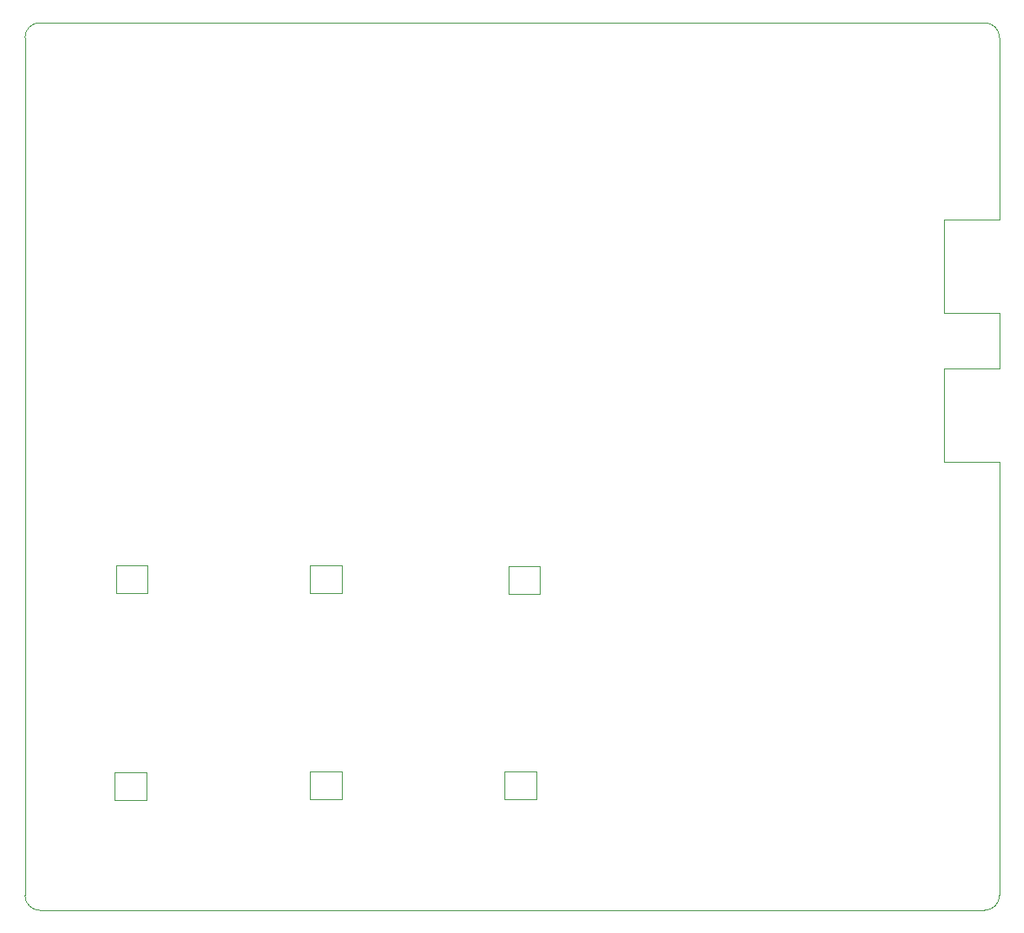
<source format=gm1>
G04*
G04 #@! TF.GenerationSoftware,Altium Limited,Altium Designer,25.4.2 (15)*
G04*
G04 Layer_Color=16711935*
%FSLAX44Y44*%
%MOMM*%
G71*
G04*
G04 #@! TF.SameCoordinates,C2DD7520-A2B9-4FCF-9691-AC0A9630E6EF*
G04*
G04*
G04 #@! TF.FilePolarity,Positive*
G04*
G01*
G75*
%ADD12C,0.1000*%
%ADD109C,0.0300*%
D12*
X937780Y-28212D02*
G03*
X952780Y-13212I0J15000D01*
G01*
X-27181Y-13212D02*
G03*
X-12181Y-28212I15000J0D01*
G01*
X-12220Y865000D02*
G03*
X-27220Y850000I0J-15000D01*
G01*
X952780D02*
G03*
X937780Y865000I-15000J0D01*
G01*
X-12181Y-28212D02*
X937780D01*
X952780Y-13212D02*
Y-11564D01*
X952780Y409040D01*
Y530960D02*
Y559040D01*
X-27220Y850000D02*
X-27181Y-13212D01*
X-12220Y865000D02*
X937780D01*
X952780Y680960D02*
Y850000D01*
Y666750D02*
Y680960D01*
Y559040D02*
Y573250D01*
X897250D02*
Y666750D01*
X952780D01*
X897250Y573250D02*
X952780D01*
Y516750D02*
Y530960D01*
Y409040D02*
Y423250D01*
X897250D02*
Y516750D01*
X952780D01*
X897250Y423250D02*
X952780D01*
D109*
X486715Y83141D02*
Y111084D01*
X454863Y83141D02*
Y111084D01*
X486715D01*
X454863Y83141D02*
X486715D01*
X291083Y83126D02*
Y111069D01*
X259230Y83126D02*
Y111069D01*
X291083D01*
X259230Y83126D02*
X291083D01*
X95132Y83083D02*
Y111025D01*
X63280Y83083D02*
Y111025D01*
X95132D01*
X63280Y83083D02*
X95132D01*
X96224Y290760D02*
Y318703D01*
X64372Y290760D02*
Y318703D01*
X96224D01*
X64372Y290760D02*
X96224D01*
X291407Y290718D02*
Y318661D01*
X259555Y290718D02*
Y318661D01*
X291407D01*
X259555Y290718D02*
X291407D01*
X490719Y290358D02*
Y318301D01*
X458867Y290358D02*
Y318301D01*
X490719D01*
X458867Y290358D02*
X490719D01*
M02*

</source>
